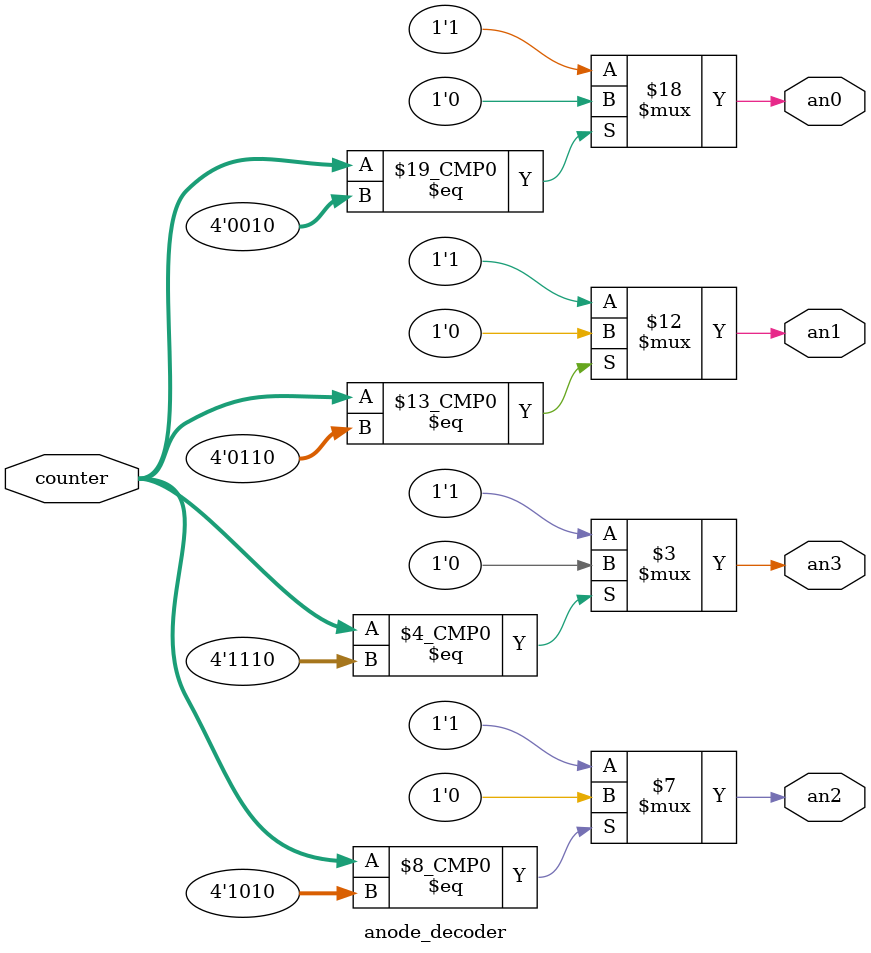
<source format=v>
module anode_decoder(input [3:0] counter, output reg an0, output reg an1, output reg an2, output reg an3);
    parameter AN0_LOW = 4'b0010;
    parameter AN1_LOW = 4'b0110;
    parameter AN2_LOW = 4'b1010;
    parameter AN3_LOW = 4'b1110;
    
    always @(counter) begin
        case (counter)
            AN0_LOW: begin
                an0 = 1'b0;
                an1 = 1'b1;
                an2 = 1'b1;
                an3 = 1'b1;
            end
            AN1_LOW: begin
                an0 = 1'b1;
                an1 = 1'b0;
                an2 = 1'b1;
                an3 = 1'b1;
            end
            AN2_LOW: begin
                an0 = 1'b1;
                an1 = 1'b1;
                an2 = 1'b0;
                an3 = 1'b1;
            end
            AN3_LOW: begin
                an0 = 1'b1;
                an1 = 1'b1;
                an2 = 1'b1;
                an3 = 1'b0;
            end
            default: begin
                an0 = 1'b1;
                an1 = 1'b1;
                an2 = 1'b1;
                an3 = 1'b1;
            end
        endcase
    end
endmodule
</source>
